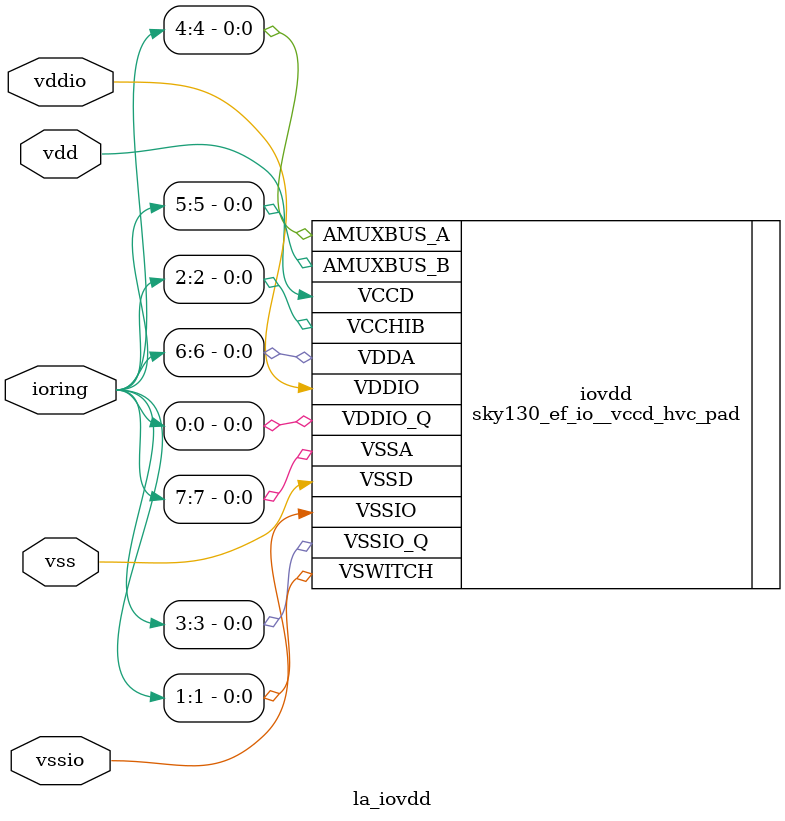
<source format=v>

module la_iovdd
  #(parameter TYPE  = "DEFAULT", // cell type
    parameter SIDE  = "NO",      // "NO", "SO", "EA", "WE"
    parameter RINGW =  8 // width of io ring
    )
   (
    inout 	      vdd, // core supply
    inout 	      vss, // core ground
    inout 	      vddio, // io supply
    inout 	      vssio, // io ground
    inout [RINGW-1:0] ioring // generic io-ring interface
    );

    sky130_ef_io__vccd_hvc_pad
      iovdd (
             .VDDIO(vddio),
             .VDDIO_Q(ioring[0]),
             .VDDA(ioring[6]),
             .VCCD(vdd),
             .VSWITCH(ioring[1]),
             .VCCHIB(ioring[2]),
             .VSSA(ioring[7]),
             .VSSD(vss),
             .VSSIO_Q(ioring[3]),
             .VSSIO(vssio),
             .AMUXBUS_A(ioring[4]),
	     .AMUXBUS_B(ioring[5]));

endmodule

</source>
